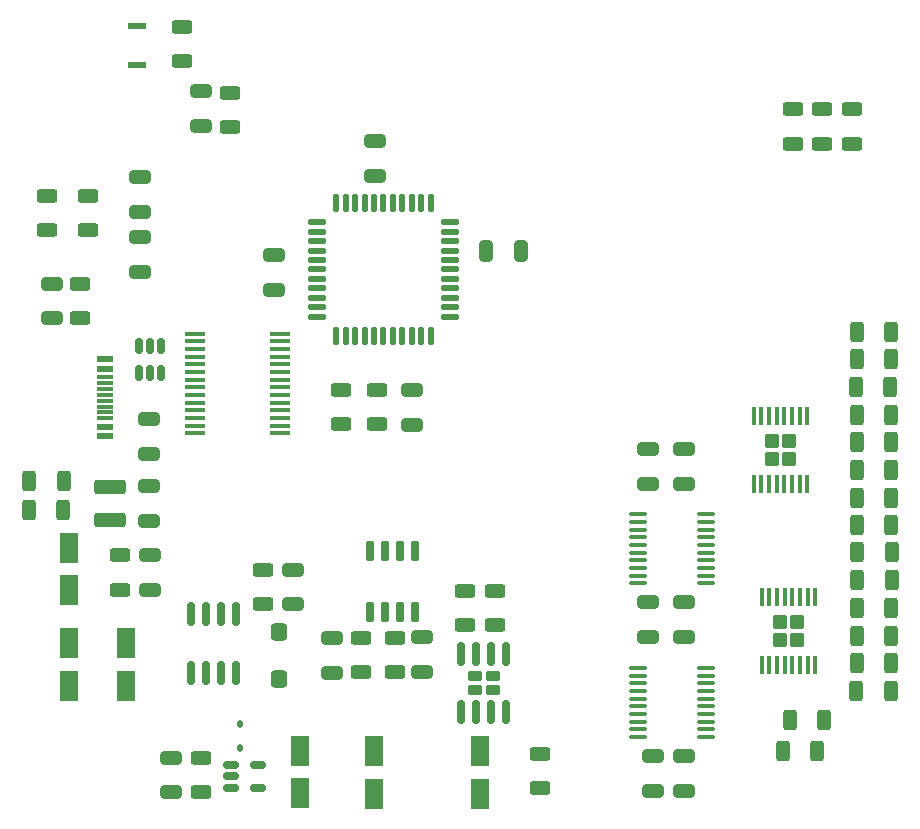
<source format=gbr>
%TF.GenerationSoftware,KiCad,Pcbnew,7.0.10-7.0.10~ubuntu22.04.1*%
%TF.CreationDate,2024-03-25T01:46:35+01:00*%
%TF.ProjectId,JTAGFinder,4a544147-4669-46e6-9465-722e6b696361,rev?*%
%TF.SameCoordinates,Original*%
%TF.FileFunction,Paste,Top*%
%TF.FilePolarity,Positive*%
%FSLAX46Y46*%
G04 Gerber Fmt 4.6, Leading zero omitted, Abs format (unit mm)*
G04 Created by KiCad (PCBNEW 7.0.10-7.0.10~ubuntu22.04.1) date 2024-03-25 01:46:35*
%MOMM*%
%LPD*%
G01*
G04 APERTURE LIST*
G04 Aperture macros list*
%AMRoundRect*
0 Rectangle with rounded corners*
0 $1 Rounding radius*
0 $2 $3 $4 $5 $6 $7 $8 $9 X,Y pos of 4 corners*
0 Add a 4 corners polygon primitive as box body*
4,1,4,$2,$3,$4,$5,$6,$7,$8,$9,$2,$3,0*
0 Add four circle primitives for the rounded corners*
1,1,$1+$1,$2,$3*
1,1,$1+$1,$4,$5*
1,1,$1+$1,$6,$7*
1,1,$1+$1,$8,$9*
0 Add four rect primitives between the rounded corners*
20,1,$1+$1,$2,$3,$4,$5,0*
20,1,$1+$1,$4,$5,$6,$7,0*
20,1,$1+$1,$6,$7,$8,$9,0*
20,1,$1+$1,$8,$9,$2,$3,0*%
G04 Aperture macros list end*
%ADD10RoundRect,0.250000X0.650000X-0.325000X0.650000X0.325000X-0.650000X0.325000X-0.650000X-0.325000X0*%
%ADD11RoundRect,0.250000X-0.650000X0.325000X-0.650000X-0.325000X0.650000X-0.325000X0.650000X0.325000X0*%
%ADD12RoundRect,0.250000X-0.550000X1.050000X-0.550000X-1.050000X0.550000X-1.050000X0.550000X1.050000X0*%
%ADD13R,1.750000X0.450000*%
%ADD14RoundRect,0.250000X-0.325000X-0.650000X0.325000X-0.650000X0.325000X0.650000X-0.325000X0.650000X0*%
%ADD15RoundRect,0.137500X0.600000X0.137500X-0.600000X0.137500X-0.600000X-0.137500X0.600000X-0.137500X0*%
%ADD16RoundRect,0.137500X0.137500X0.600000X-0.137500X0.600000X-0.137500X-0.600000X0.137500X-0.600000X0*%
%ADD17RoundRect,0.250000X-0.312500X-0.625000X0.312500X-0.625000X0.312500X0.625000X-0.312500X0.625000X0*%
%ADD18RoundRect,0.150000X-0.150000X0.725000X-0.150000X-0.725000X0.150000X-0.725000X0.150000X0.725000X0*%
%ADD19RoundRect,0.250000X-0.625000X0.312500X-0.625000X-0.312500X0.625000X-0.312500X0.625000X0.312500X0*%
%ADD20RoundRect,0.250000X0.625000X-0.312500X0.625000X0.312500X-0.625000X0.312500X-0.625000X-0.312500X0*%
%ADD21RoundRect,0.150000X-0.150000X0.825000X-0.150000X-0.825000X0.150000X-0.825000X0.150000X0.825000X0*%
%ADD22RoundRect,0.350000X-0.350000X0.400000X-0.350000X-0.400000X0.350000X-0.400000X0.350000X0.400000X0*%
%ADD23RoundRect,0.250001X0.354999X-0.354999X0.354999X0.354999X-0.354999X0.354999X-0.354999X-0.354999X0*%
%ADD24RoundRect,0.100000X0.100000X-0.675000X0.100000X0.675000X-0.100000X0.675000X-0.100000X-0.675000X0*%
%ADD25RoundRect,0.112500X-0.112500X0.187500X-0.112500X-0.187500X0.112500X-0.187500X0.112500X0.187500X0*%
%ADD26RoundRect,0.150000X0.150000X-0.512500X0.150000X0.512500X-0.150000X0.512500X-0.150000X-0.512500X0*%
%ADD27RoundRect,0.230000X0.375000X-0.230000X0.375000X0.230000X-0.375000X0.230000X-0.375000X-0.230000X0*%
%ADD28RoundRect,0.150000X0.150000X-0.825000X0.150000X0.825000X-0.150000X0.825000X-0.150000X-0.825000X0*%
%ADD29R,1.500000X0.550000*%
%ADD30RoundRect,0.150000X-0.512500X-0.150000X0.512500X-0.150000X0.512500X0.150000X-0.512500X0.150000X0*%
%ADD31RoundRect,0.250000X-1.075000X0.375000X-1.075000X-0.375000X1.075000X-0.375000X1.075000X0.375000X0*%
%ADD32RoundRect,0.100000X0.637500X0.100000X-0.637500X0.100000X-0.637500X-0.100000X0.637500X-0.100000X0*%
%ADD33R,1.450000X0.600000*%
%ADD34R,1.450000X0.300000*%
G04 APERTURE END LIST*
D10*
%TO.C,C13*%
X117602000Y-125619500D03*
X117602000Y-122669500D03*
%TD*%
D11*
%TO.C,C24*%
X161000000Y-109525000D03*
X161000000Y-112475000D03*
%TD*%
D12*
%TO.C,C16*%
X143750000Y-122150000D03*
X143750000Y-125750000D03*
%TD*%
D10*
%TO.C,C15*%
X115750000Y-96950000D03*
X115750000Y-94000000D03*
%TD*%
D11*
%TO.C,C4*%
X131250000Y-112525000D03*
X131250000Y-115475000D03*
%TD*%
D10*
%TO.C,C2*%
X126300000Y-83075000D03*
X126300000Y-80125000D03*
%TD*%
D11*
%TO.C,C26*%
X138000000Y-91525000D03*
X138000000Y-94475000D03*
%TD*%
D12*
%TO.C,C6*%
X108944000Y-113008000D03*
X108944000Y-116608000D03*
%TD*%
D10*
%TO.C,C8*%
X115722400Y-102619600D03*
X115722400Y-99669600D03*
%TD*%
D13*
%TO.C,U4*%
X126800000Y-95225000D03*
X126800000Y-94575000D03*
X126800000Y-93925000D03*
X126800000Y-93275000D03*
X126800000Y-92625000D03*
X126800000Y-91975000D03*
X126800000Y-91325000D03*
X126800000Y-90675000D03*
X126800000Y-90025000D03*
X126800000Y-89375000D03*
X126800000Y-88725000D03*
X126800000Y-88075000D03*
X126800000Y-87425000D03*
X126800000Y-86775000D03*
X119600000Y-86775000D03*
X119600000Y-87425000D03*
X119600000Y-88075000D03*
X119600000Y-88725000D03*
X119600000Y-89375000D03*
X119600000Y-90025000D03*
X119600000Y-90675000D03*
X119600000Y-91325000D03*
X119600000Y-91975000D03*
X119600000Y-92625000D03*
X119600000Y-93275000D03*
X119600000Y-93925000D03*
X119600000Y-94575000D03*
X119600000Y-95225000D03*
%TD*%
D11*
%TO.C,C5*%
X138870000Y-112505000D03*
X138870000Y-115455000D03*
%TD*%
D14*
%TO.C,C3*%
X144300000Y-79750000D03*
X147250000Y-79750000D03*
%TD*%
D15*
%TO.C,U13*%
X141250000Y-85350000D03*
X141250000Y-84550000D03*
X141250000Y-83750000D03*
X141250000Y-82950000D03*
X141250000Y-82150000D03*
X141250000Y-81350000D03*
X141250000Y-80550000D03*
X141250000Y-79750000D03*
X141250000Y-78950000D03*
X141250000Y-78150000D03*
X141250000Y-77350000D03*
D16*
X139587500Y-75687500D03*
X138787500Y-75687500D03*
X137987500Y-75687500D03*
X137187500Y-75687500D03*
X136387500Y-75687500D03*
X135587500Y-75687500D03*
X134787500Y-75687500D03*
X133987500Y-75687500D03*
X133187500Y-75687500D03*
X132387500Y-75687500D03*
X131587500Y-75687500D03*
D15*
X129925000Y-77350000D03*
X129925000Y-78150000D03*
X129925000Y-78950000D03*
X129925000Y-79750000D03*
X129925000Y-80550000D03*
X129925000Y-81350000D03*
X129925000Y-82150000D03*
X129925000Y-82950000D03*
X129925000Y-83750000D03*
X129925000Y-84550000D03*
X129925000Y-85350000D03*
D16*
X131587500Y-87012500D03*
X132387500Y-87012500D03*
X133187500Y-87012500D03*
X133987500Y-87012500D03*
X134787500Y-87012500D03*
X135587500Y-87012500D03*
X136387500Y-87012500D03*
X137187500Y-87012500D03*
X137987500Y-87012500D03*
X138787500Y-87012500D03*
X139587500Y-87012500D03*
%TD*%
D17*
%TO.C,R39*%
X105575000Y-99250000D03*
X108500000Y-99250000D03*
%TD*%
D18*
%TO.C,U2*%
X138270000Y-105200000D03*
X137000000Y-105200000D03*
X135730000Y-105200000D03*
X134460000Y-105200000D03*
X134460000Y-110350000D03*
X135730000Y-110350000D03*
X137000000Y-110350000D03*
X138270000Y-110350000D03*
%TD*%
D19*
%TO.C,R33*%
X170301548Y-67787500D03*
X170301548Y-70712500D03*
%TD*%
D12*
%TO.C,C11*%
X113800000Y-113000000D03*
X113800000Y-116600000D03*
%TD*%
D17*
%TO.C,R15*%
X175687800Y-105308400D03*
X178612800Y-105308400D03*
%TD*%
D11*
%TO.C,C25*%
X161000000Y-96525000D03*
X161000000Y-99475000D03*
%TD*%
D19*
%TO.C,R11*%
X142500000Y-108537500D03*
X142500000Y-111462500D03*
%TD*%
D20*
%TO.C,R3*%
X133663000Y-115442500D03*
X133663000Y-112517500D03*
%TD*%
%TO.C,R4*%
X136554000Y-115442500D03*
X136554000Y-112517500D03*
%TD*%
%TO.C,R14*%
X109880400Y-85475000D03*
X109880400Y-82550000D03*
%TD*%
D17*
%TO.C,R20*%
X175626300Y-117017800D03*
X178551300Y-117017800D03*
%TD*%
D10*
%TO.C,C7*%
X115824000Y-108470500D03*
X115824000Y-105520500D03*
%TD*%
D20*
%TO.C,R8*%
X132000000Y-94462500D03*
X132000000Y-91537500D03*
%TD*%
D19*
%TO.C,L1*%
X113284000Y-105533000D03*
X113284000Y-108458000D03*
%TD*%
D20*
%TO.C,R7*%
X135000000Y-94462500D03*
X135000000Y-91537500D03*
%TD*%
D21*
%TO.C,U3*%
X123105000Y-110525000D03*
X121835000Y-110525000D03*
X120565000Y-110525000D03*
X119295000Y-110525000D03*
X119295000Y-115475000D03*
X120565000Y-115475000D03*
X121835000Y-115475000D03*
X123105000Y-115475000D03*
%TD*%
D17*
%TO.C,R18*%
X175651700Y-112344200D03*
X178576700Y-112344200D03*
%TD*%
D22*
%TO.C,L2*%
X126750000Y-112000000D03*
X126750000Y-116000000D03*
%TD*%
D11*
%TO.C,C23*%
X161000000Y-122525000D03*
X161000000Y-125475000D03*
%TD*%
D23*
%TO.C,U11*%
X169125000Y-112725000D03*
X170625000Y-112725000D03*
X169125000Y-111225000D03*
X170625000Y-111225000D03*
D24*
X167600000Y-114850000D03*
X168250000Y-114850000D03*
X168900000Y-114850000D03*
X169550000Y-114850000D03*
X170200000Y-114850000D03*
X170850000Y-114850000D03*
X171500000Y-114850000D03*
X172150000Y-114850000D03*
X172150000Y-109100000D03*
X171500000Y-109100000D03*
X170850000Y-109100000D03*
X170200000Y-109100000D03*
X169550000Y-109100000D03*
X168900000Y-109100000D03*
X168250000Y-109100000D03*
X167600000Y-109100000D03*
%TD*%
D17*
%TO.C,R30*%
X175637000Y-93635284D03*
X178562000Y-93635284D03*
%TD*%
D25*
%TO.C,D1*%
X123444000Y-119792500D03*
X123444000Y-121892500D03*
%TD*%
D17*
%TO.C,R28*%
X175637000Y-95975712D03*
X178562000Y-95975712D03*
%TD*%
D11*
%TO.C,C9*%
X127940000Y-106762500D03*
X127940000Y-109712500D03*
%TD*%
D17*
%TO.C,R19*%
X175637000Y-114681000D03*
X178562000Y-114681000D03*
%TD*%
D26*
%TO.C,U6*%
X114850000Y-90137500D03*
X115800000Y-90137500D03*
X116750000Y-90137500D03*
X116750000Y-87862500D03*
X115800000Y-87862500D03*
X114850000Y-87862500D03*
%TD*%
D17*
%TO.C,R24*%
X175637000Y-100656568D03*
X178562000Y-100656568D03*
%TD*%
%TO.C,R29*%
X175575500Y-91294856D03*
X178500500Y-91294856D03*
%TD*%
%TO.C,R22*%
X169400000Y-122075000D03*
X172325000Y-122075000D03*
%TD*%
%TO.C,R23*%
X175637000Y-102997000D03*
X178562000Y-102997000D03*
%TD*%
D27*
%TO.C,U7*%
X143345000Y-116945000D03*
X144845000Y-116945000D03*
X143345000Y-115805000D03*
X144845000Y-115805000D03*
D28*
X142190000Y-118850000D03*
X143460000Y-118850000D03*
X144730000Y-118850000D03*
X146000000Y-118850000D03*
X146000000Y-113900000D03*
X144730000Y-113900000D03*
X143460000Y-113900000D03*
X142190000Y-113900000D03*
%TD*%
D17*
%TO.C,R40*%
X105537500Y-101750000D03*
X108462500Y-101750000D03*
%TD*%
%TO.C,R26*%
X175637000Y-98316140D03*
X178562000Y-98316140D03*
%TD*%
%TO.C,R27*%
X175637000Y-88954428D03*
X178562000Y-88954428D03*
%TD*%
D12*
%TO.C,C14*%
X128524000Y-122090500D03*
X128524000Y-125690500D03*
%TD*%
D11*
%TO.C,C22*%
X158000000Y-96525000D03*
X158000000Y-99475000D03*
%TD*%
D19*
%TO.C,R5*%
X125400000Y-106775000D03*
X125400000Y-109700000D03*
%TD*%
D20*
%TO.C,R12*%
X107064599Y-78033900D03*
X107064599Y-75108900D03*
%TD*%
D17*
%TO.C,R25*%
X175641000Y-86614000D03*
X178566000Y-86614000D03*
%TD*%
D10*
%TO.C,C1*%
X120125001Y-69175000D03*
X120125001Y-66225000D03*
%TD*%
D29*
%TO.C,SW1*%
X114750000Y-64000000D03*
X114750000Y-60750000D03*
%TD*%
D10*
%TO.C,C19*%
X107480398Y-85487500D03*
X107480398Y-82537500D03*
%TD*%
D11*
%TO.C,C21*%
X158000000Y-109525000D03*
X158000000Y-112475000D03*
%TD*%
%TO.C,C18*%
X114950000Y-73545001D03*
X114950000Y-76495001D03*
%TD*%
D30*
%TO.C,U5*%
X122687500Y-123321500D03*
X122687500Y-124271500D03*
X122687500Y-125221500D03*
X124962500Y-125221500D03*
X124962500Y-123321500D03*
%TD*%
D19*
%TO.C,R1*%
X122600000Y-66375000D03*
X122600000Y-69300000D03*
%TD*%
%TO.C,R31*%
X172750000Y-67787500D03*
X172750000Y-70712500D03*
%TD*%
D10*
%TO.C,C17*%
X114950000Y-81575000D03*
X114950000Y-78625000D03*
%TD*%
%TO.C,C27*%
X134850000Y-73399999D03*
X134850000Y-70449999D03*
%TD*%
D17*
%TO.C,R16*%
X175677100Y-107645200D03*
X178602100Y-107645200D03*
%TD*%
D31*
%TO.C,F1*%
X112420400Y-99744600D03*
X112420400Y-102544600D03*
%TD*%
D12*
%TO.C,C12*%
X134750000Y-122150000D03*
X134750000Y-125750000D03*
%TD*%
D17*
%TO.C,R21*%
X170000000Y-119500000D03*
X172925000Y-119500000D03*
%TD*%
D11*
%TO.C,C20*%
X158400000Y-122525000D03*
X158400000Y-125475000D03*
%TD*%
D23*
%TO.C,U12*%
X168450000Y-97400000D03*
X169950000Y-97400000D03*
X168450000Y-95900000D03*
X169950000Y-95900000D03*
D24*
X166925000Y-99525000D03*
X167575000Y-99525000D03*
X168225000Y-99525000D03*
X168875000Y-99525000D03*
X169525000Y-99525000D03*
X170175000Y-99525000D03*
X170825000Y-99525000D03*
X171475000Y-99525000D03*
X171475000Y-93775000D03*
X170825000Y-93775000D03*
X170175000Y-93775000D03*
X169525000Y-93775000D03*
X168875000Y-93775000D03*
X168225000Y-93775000D03*
X167575000Y-93775000D03*
X166925000Y-93775000D03*
%TD*%
D19*
%TO.C,R10*%
X145000000Y-108537500D03*
X145000000Y-111462500D03*
%TD*%
D17*
%TO.C,R17*%
X175651700Y-110007400D03*
X178576700Y-110007400D03*
%TD*%
D32*
%TO.C,U8*%
X162862500Y-120925000D03*
X162862500Y-120275000D03*
X162862500Y-119625000D03*
X162862500Y-118975000D03*
X162862500Y-118325000D03*
X162862500Y-117675000D03*
X162862500Y-117025000D03*
X162862500Y-116375000D03*
X162862500Y-115725000D03*
X162862500Y-115075000D03*
X157137500Y-115075000D03*
X157137500Y-115725000D03*
X157137500Y-116375000D03*
X157137500Y-117025000D03*
X157137500Y-117675000D03*
X157137500Y-118325000D03*
X157137500Y-118975000D03*
X157137500Y-119625000D03*
X157137500Y-120275000D03*
X157137500Y-120925000D03*
%TD*%
D19*
%TO.C,R32*%
X175250000Y-67787500D03*
X175250000Y-70712500D03*
%TD*%
D33*
%TO.C,J4*%
X112029000Y-88950000D03*
X112029000Y-89750000D03*
D34*
X112029000Y-90950000D03*
X112029000Y-91950000D03*
X112029000Y-92450000D03*
X112029000Y-93450000D03*
D33*
X112029000Y-94650000D03*
X112029000Y-95450000D03*
X112029000Y-95450000D03*
X112029000Y-94650000D03*
D34*
X112029000Y-93950000D03*
X112029000Y-92950000D03*
X112029000Y-91450000D03*
X112029000Y-90450000D03*
D33*
X112029000Y-89750000D03*
X112029000Y-88950000D03*
%TD*%
D19*
%TO.C,R6*%
X120142000Y-122682000D03*
X120142000Y-125607000D03*
%TD*%
D12*
%TO.C,C10*%
X108937200Y-104902000D03*
X108937200Y-108502000D03*
%TD*%
D32*
%TO.C,U9*%
X162862500Y-107925000D03*
X162862500Y-107275000D03*
X162862500Y-106625000D03*
X162862500Y-105975000D03*
X162862500Y-105325000D03*
X162862500Y-104675000D03*
X162862500Y-104025000D03*
X162862500Y-103375000D03*
X162862500Y-102725000D03*
X162862500Y-102075000D03*
X157137500Y-102075000D03*
X157137500Y-102725000D03*
X157137500Y-103375000D03*
X157137500Y-104025000D03*
X157137500Y-104675000D03*
X157137500Y-105325000D03*
X157137500Y-105975000D03*
X157137500Y-106625000D03*
X157137500Y-107275000D03*
X157137500Y-107925000D03*
%TD*%
D20*
%TO.C,R13*%
X110583601Y-78033900D03*
X110583601Y-75108900D03*
%TD*%
D19*
%TO.C,R9*%
X148800000Y-122337500D03*
X148800000Y-125262500D03*
%TD*%
D20*
%TO.C,R2*%
X118500000Y-63712500D03*
X118500000Y-60787500D03*
%TD*%
M02*

</source>
